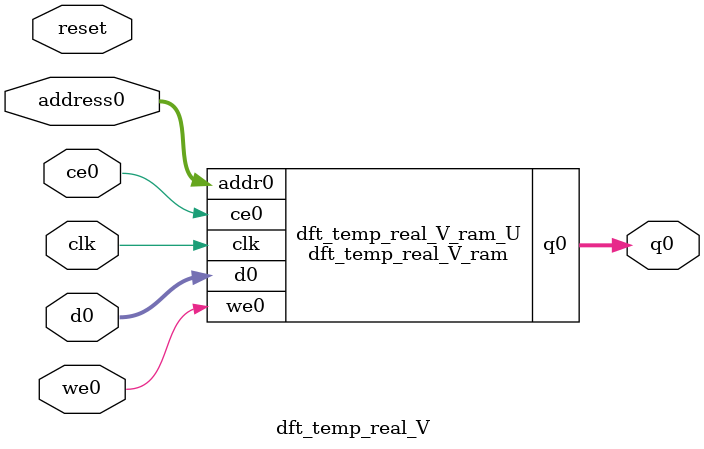
<source format=v>
`timescale 1 ns / 1 ps
module dft_temp_real_V_ram (addr0, ce0, d0, we0, q0,  clk);

parameter DWIDTH = 16;
parameter AWIDTH = 8;
parameter MEM_SIZE = 256;

input[AWIDTH-1:0] addr0;
input ce0;
input[DWIDTH-1:0] d0;
input we0;
output reg[DWIDTH-1:0] q0;
input clk;

(* ram_style = "block" *)reg [DWIDTH-1:0] ram[0:MEM_SIZE-1];




always @(posedge clk)  
begin 
    if (ce0) begin
        if (we0) 
            ram[addr0] <= d0; 
        q0 <= ram[addr0];
    end
end


endmodule

`timescale 1 ns / 1 ps
module dft_temp_real_V(
    reset,
    clk,
    address0,
    ce0,
    we0,
    d0,
    q0);

parameter DataWidth = 32'd16;
parameter AddressRange = 32'd256;
parameter AddressWidth = 32'd8;
input reset;
input clk;
input[AddressWidth - 1:0] address0;
input ce0;
input we0;
input[DataWidth - 1:0] d0;
output[DataWidth - 1:0] q0;



dft_temp_real_V_ram dft_temp_real_V_ram_U(
    .clk( clk ),
    .addr0( address0 ),
    .ce0( ce0 ),
    .we0( we0 ),
    .d0( d0 ),
    .q0( q0 ));

endmodule


</source>
